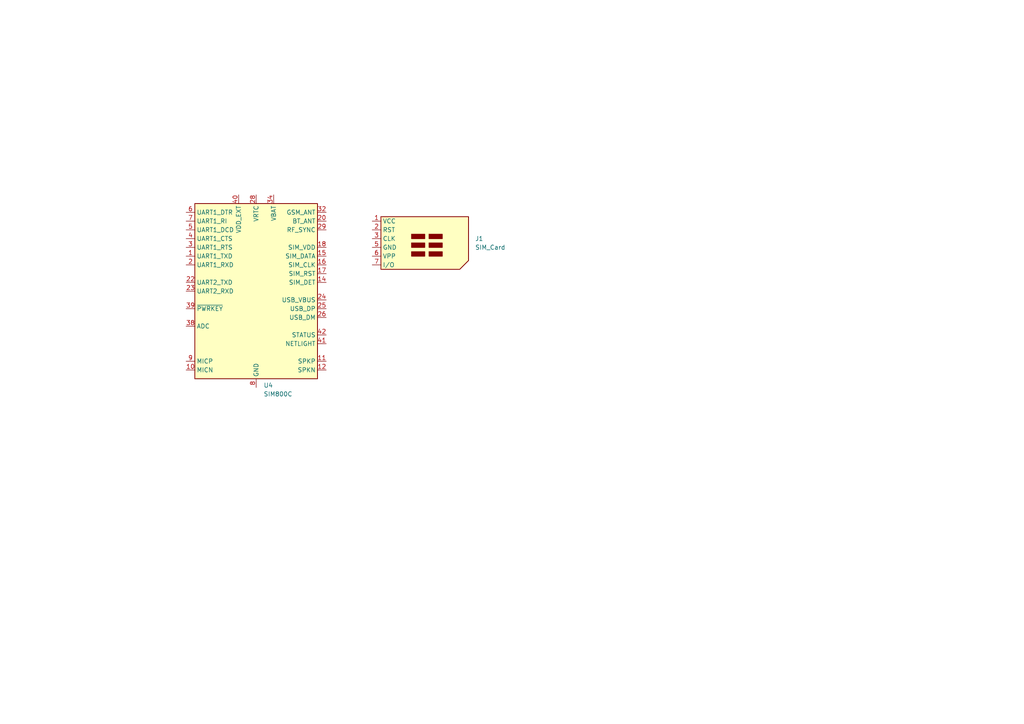
<source format=kicad_sch>
(kicad_sch (version 20250114) (generator "eeschema") (generator_version "9.0")
  (paper "A4")
  (lib_symbols
    (symbol "Connector:SIM_Card"
      (property "Reference" "J" (at -2.54 12.7 0))
      (property "Value" "SIM_Card" (at -1.27 10.16 0))
      (symbol "SIM_Card_0_1"
        (polyline (pts (xy -10.16 8.89) (xy 15.24 8.89) (xy 15.24 -3.81) (xy 12.7 -6.35) (xy -10.16 -6.35) (xy -10.16 8.89)) (stroke (width 0.254)) (fill (type background)))
        (rectangle (start -1.27 2.54) (end 2.54 3.81) (stroke (width 0.254)) (fill (type outline)))
        (rectangle (start -1.27 0) (end 2.54 1.27) (stroke (width 0.254)) (fill (type outline)))
        (rectangle (start -1.27 -2.54) (end 2.54 -1.27) (stroke (width 0.254)) (fill (type outline)))
        (rectangle (start 3.81 2.54) (end 7.62 3.81) (stroke (width 0.254)) (fill (type outline)))
        (rectangle (start 3.81 0) (end 7.62 1.27) (stroke (width 0.254)) (fill (type outline)))
        (rectangle (start 3.81 -1.27) (end 7.62 -2.54) (stroke (width 0.254)) (fill (type outline)))
      )
      (symbol "SIM_Card_1_1"
        (pin power_in line (at -12.7 7.62 0) (length 2.54) (name "VCC") (number "1"))
        (pin input line (at -12.7 5.08 0) (length 2.54) (name "RST") (number "2"))
        (pin input line (at -12.7 2.54 0) (length 2.54) (name "CLK") (number "3"))
        (pin power_in line (at -12.7 0 0) (length 2.54) (name "GND") (number "5"))
        (pin input line (at -12.7 -2.54 0) (length 2.54) (name "VPP") (number "6"))
        (pin bidirectional line (at -12.7 -5.08 0) (length 2.54) (name "I/O") (number "7"))
      )
    )
    (symbol "RF_GSM:SIM800C"
      (property "Reference" "U" (at -15.24 26.67 0))
      (property "Value" "SIM800C" (at 12.7 26.67 0))
      (symbol "SIM800C_0_1"
        (rectangle (start -17.78 25.4) (end 17.78 -25.4) (stroke (width 0.254)) (fill (type background)))
      )
      (symbol "SIM800C_1_1"
        (pin input line (at -20.32 22.86 0) (length 2.54) (name "UART1_DTR") (number "6"))
        (pin output line (at -20.32 20.32 0) (length 2.54) (name "UART1_RI") (number "7"))
        (pin output line (at -20.32 17.78 0) (length 2.54) (name "UART1_DCD") (number "5"))
        (pin output line (at -20.32 15.24 0) (length 2.54) (name "UART1_CTS") (number "4"))
        (pin input line (at -20.32 12.7 0) (length 2.54) (name "UART1_RTS") (number "3"))
        (pin output line (at -20.32 10.16 0) (length 2.54) (name "UART1_TXD") (number "1"))
        (pin input line (at -20.32 7.62 0) (length 2.54) (name "UART1_RXD") (number "2"))
        (pin output line (at -20.32 2.54 0) (length 2.54) (name "UART2_TXD") (number "22"))
        (pin input line (at -20.32 0 0) (length 2.54) (name "UART2_RXD") (number "23"))
        (pin input line (at -20.32 -5.08 0) (length 2.54) (name "~{PWRKEY}") (number "39"))
        (pin input line (at -20.32 -10.16 0) (length 2.54) (name "ADC") (number "38"))
        (pin input line (at -20.32 -20.32 0) (length 2.54) (name "MICP") (number "9"))
        (pin input line (at -20.32 -22.86 0) (length 2.54) (name "MICN") (number "10"))
        (pin power_out line (at -5.08 27.94 270) (length 2.54) (name "VDD_EXT") (number "40"))
        (pin power_in line (at 0 27.94 270) (length 2.54) (name "VRTC") (number "28"))
        (pin passive line (at 0 -27.94 90) (length 2.54) (hide yes) (name "GND") (number "13"))
        (pin passive line (at 0 -27.94 90) (length 2.54) (hide yes) (name "GND") (number "19"))
        (pin passive line (at 0 -27.94 90) (length 2.54) (hide yes) (name "GND") (number "21"))
        (pin passive line (at 0 -27.94 90) (length 2.54) (hide yes) (name "GND") (number "27"))
        (pin passive line (at 0 -27.94 90) (length 2.54) (hide yes) (name "GND") (number "30"))
        (pin passive line (at 0 -27.94 90) (length 2.54) (hide yes) (name "GND") (number "31"))
        (pin passive line (at 0 -27.94 90) (length 2.54) (hide yes) (name "GND") (number "33"))
        (pin passive line (at 0 -27.94 90) (length 2.54) (hide yes) (name "GND") (number "36"))
        (pin passive line (at 0 -27.94 90) (length 2.54) (hide yes) (name "GND") (number "37"))
        (pin power_in line (at 0 -27.94 90) (length 2.54) (name "GND") (number "8"))
        (pin power_in line (at 5.08 27.94 270) (length 2.54) (name "VBAT") (number "34"))
        (pin passive line (at 5.08 27.94 270) (length 2.54) (hide yes) (name "VBAT") (number "35"))
        (pin passive line (at 20.32 22.86 180) (length 2.54) (name "GSM_ANT") (number "32"))
        (pin passive line (at 20.32 20.32 180) (length 2.54) (name "BT_ANT") (number "20"))
        (pin output line (at 20.32 17.78 180) (length 2.54) (name "RF_SYNC") (number "29"))
        (pin power_out line (at 20.32 12.7 180) (length 2.54) (name "SIM_VDD") (number "18"))
        (pin bidirectional line (at 20.32 10.16 180) (length 2.54) (name "SIM_DATA") (number "15"))
        (pin output line (at 20.32 7.62 180) (length 2.54) (name "SIM_CLK") (number "16"))
        (pin output line (at 20.32 5.08 180) (length 2.54) (name "SIM_RST") (number "17"))
        (pin input line (at 20.32 2.54 180) (length 2.54) (name "SIM_DET") (number "14"))
        (pin input line (at 20.32 -2.54 180) (length 2.54) (name "USB_VBUS") (number "24"))
        (pin bidirectional line (at 20.32 -5.08 180) (length 2.54) (name "USB_DP") (number "25"))
        (pin bidirectional line (at 20.32 -7.62 180) (length 2.54) (name "USB_DM") (number "26"))
        (pin output line (at 20.32 -12.7 180) (length 2.54) (name "STATUS") (number "42"))
        (pin output line (at 20.32 -15.24 180) (length 2.54) (name "NETLIGHT") (number "41"))
        (pin output line (at 20.32 -20.32 180) (length 2.54) (name "SPKP") (number "11"))
        (pin output line (at 20.32 -22.86 180) (length 2.54) (name "SPKN") (number "12"))
      )
    )
  )
  (symbol (lib_id "Connector:SIM_Card") (at 120.65 71.755 0) (unit 1)
    (property "Reference" "J1" (at 137.795 69.2149 0) (effects (justify left)))
    (property "Value" "SIM_Card" (at 137.795 71.7549 0) (effects (justify left)))
    (property "Description" "SIM Card" (effects (hide yes)))
  )
  (symbol (lib_id "RF_GSM:SIM800C") (at 74.295 84.455 0) (unit 1)
    (property "Reference" "U4" (at 76.4383 111.76 0) (effects (justify left)))
    (property "Value" "SIM800C" (at 76.4383 114.3 0) (effects (justify left)))
    (property "Footprint" "RF_GSM:SIMCom_SIM800C" (effects (hide yes)))
    (property "Datasheet" "http://simcom.ee/documents/SIM800C/SIM800C_Hardware_Design_V1.05.pdf" (effects (hide yes)))
    (property "Description" "GSM Quad-Band Communication Module, GPRS, Audio Engine, AT Command Set, Bluetooth is Optional" (effects (hide yes)))
  )
)
</source>
